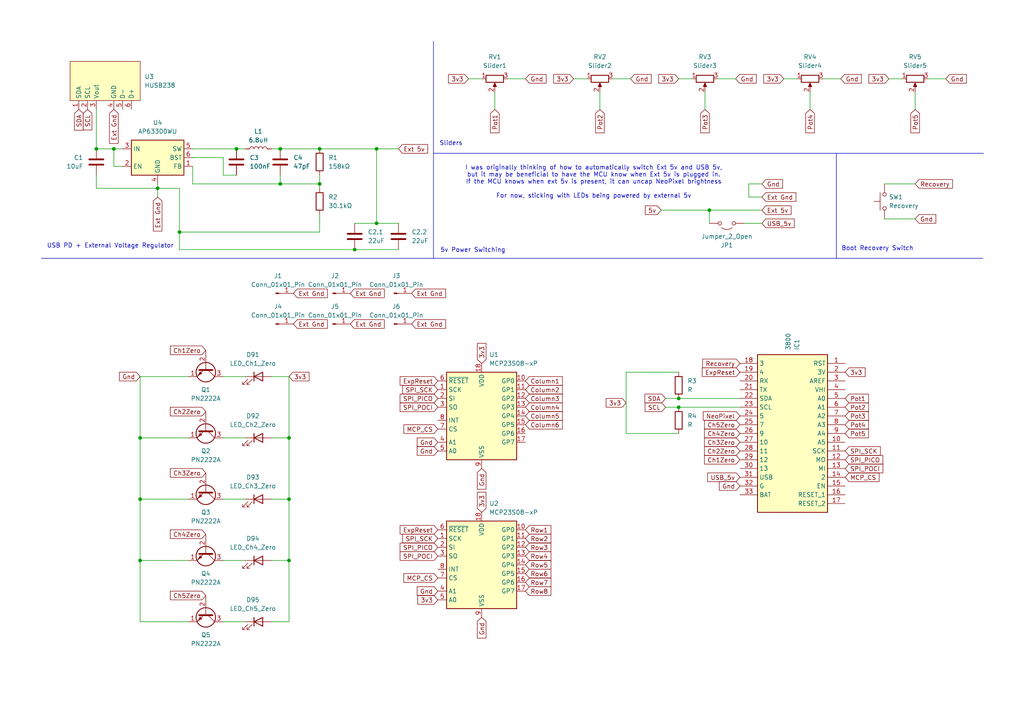
<source format=kicad_sch>
(kicad_sch (version 20231120) (generator "eeschema") (generator_version "8.0")
  (paper "A4")
  (lib_symbols
    (symbol "Connector:Conn_01x01_Pin" (pin_names (offset 1.016) hide)
      (property "Reference" "J" (at 0 2.54 0))
      (property "Value" "Conn_01x01_Pin" (at 0 -2.54 0))
      (symbol "Conn_01x01_Pin_1_1"
        (polyline (pts (xy 1.27 0) (xy 0.8636 0)) (stroke (width 0.1524)))
        (rectangle (start 0.8636 0.127) (end 0 -0.127) (stroke (width 0.1524)) (fill (type outline)))
        (pin passive line (at 5.08 0 180) (length 3.81) (name "Pin_1") (number "1"))
      )
    )
    (symbol "ControlMixer:AP63300WU"
      (property "Reference" "U" (at -7.62 6.35 0))
      (property "Value" "AP63300WU" (at 2.54 6.35 0))
      (symbol "AP63300WU_0_1"
        (rectangle (start -7.62 5.08) (end 7.62 -5.08) (stroke (width 0.254)) (fill (type background)))
      )
      (symbol "AP63300WU_1_1"
        (pin input line (at 10.16 -2.54 180) (length 2.54) (name "FB") (number "1"))
        (pin input line (at -10.16 -2.54 0) (length 2.54) (name "EN") (number "2"))
        (pin power_in line (at -10.16 2.54 0) (length 2.54) (name "IN") (number "3"))
        (pin power_in line (at 0 -7.62 90) (length 2.54) (name "GND") (number "4"))
        (pin output line (at 10.16 2.54 180) (length 2.54) (name "SW") (number "5"))
        (pin passive line (at 10.16 0 180) (length 2.54) (name "BST") (number "6"))
      )
    )
    (symbol "ControlMixer:Adafruit_HUSB238"
      (property "Reference" "U3" (at 11.43 -5.7149 0))
      (property "Value" "HUSB238" (at 11.43 -8.2549 0))
      (symbol "Adafruit_HUSB238_0_1"
        (rectangle (start -10.16 -1.27) (end 10.16 -12.7) (fill (type background)))
      )
      (symbol "Adafruit_HUSB238_1_1"
        (pin bidirectional line (at -7.62 -15.24 90) (length 2.54) (name "SDA") (number "1"))
        (pin input line (at -5.08 -15.24 90) (length 2.54) (name "SCL") (number "2"))
        (pin power_out line (at -2.54 -15.24 90) (length 2.54) (name "Vout") (number "3"))
        (pin power_in line (at 2.54 -15.24 90) (length 2.54) (name "GND") (number "4"))
        (pin bidirectional line (at 5.08 -15.24 90) (length 2.54) (name "D-") (number "5"))
        (pin bidirectional line (at 7.62 -15.24 90) (length 2.54) (name "D+") (number "6"))
      )
    )
    (symbol "ControlMixer:MCP23S08-xP"
      (property "Reference" "U" (at -8.89 13.97 0))
      (property "Value" "MCP23S08-xP" (at 8.89 13.97 0))
      (symbol "MCP23S08-xP_0_1"
        (rectangle (start -10.16 12.7) (end 10.16 -12.7) (stroke (width 0.254)) (fill (type background)))
      )
      (symbol "MCP23S08-xP_1_1"
        (pin input line (at -12.7 7.62 0) (length 2.54) (name "SCK") (number "1"))
        (pin bidirectional line (at 12.7 10.16 180) (length 2.54) (name "GP0") (number "10"))
        (pin bidirectional line (at 12.7 7.62 180) (length 2.54) (name "GP1") (number "11"))
        (pin bidirectional line (at 12.7 5.08 180) (length 2.54) (name "GP2") (number "12"))
        (pin bidirectional line (at 12.7 2.54 180) (length 2.54) (name "GP3") (number "13"))
        (pin bidirectional line (at 12.7 0 180) (length 2.54) (name "GP4") (number "14"))
        (pin bidirectional line (at 12.7 -2.54 180) (length 2.54) (name "GP5") (number "15"))
        (pin bidirectional line (at 12.7 -5.08 180) (length 2.54) (name "GP6") (number "16"))
        (pin bidirectional line (at 12.7 -7.62 180) (length 2.54) (name "GP7") (number "17"))
        (pin power_in line (at 0 15.24 270) (length 2.54) (name "VDD") (number "18"))
        (pin input line (at -12.7 5.08 0) (length 2.54) (name "SI") (number "2"))
        (pin output line (at -12.7 2.54 0) (length 2.54) (name "SO") (number "3"))
        (pin input line (at -12.7 -7.62 0) (length 2.54) (name "A1") (number "4"))
        (pin input line (at -12.7 -10.16 0) (length 2.54) (name "A0") (number "5"))
        (pin input line (at -12.7 10.16 0) (length 2.54) (name "~{RESET}") (number "6"))
        (pin input line (at -12.7 -3.81 0) (length 2.54) (name "CS") (number "7"))
        (pin output line (at -12.7 -1.27 0) (length 2.54) (name "INT") (number "8"))
        (pin power_in line (at 0 -15.24 90) (length 2.54) (name "VSS") (number "9"))
      )
    )
    (symbol "Device:C" (pin_numbers hide) (pin_names (offset 0.254))
      (property "Reference" "C" (at 0.635 2.54 0))
      (property "Value" "C" (at 0.635 -2.54 0))
      (symbol "C_0_1"
        (polyline (pts (xy -2.032 -0.762) (xy 2.032 -0.762)) (stroke (width 0.508)))
        (polyline (pts (xy -2.032 0.762) (xy 2.032 0.762)) (stroke (width 0.508)))
      )
      (symbol "C_1_1"
        (pin passive line (at 0 3.81 270) (length 2.794) (name "~") (number "1"))
        (pin passive line (at 0 -3.81 90) (length 2.794) (name "~") (number "2"))
      )
    )
    (symbol "Device:L" (pin_numbers hide) (pin_names (offset 1.016) hide)
      (property "Reference" "L" (at -1.27 0 90))
      (property "Value" "L" (at 1.905 0 90))
      (symbol "L_0_1"
        (arc (start 0 -2.54) (mid 0.6323 -1.905) (end 0 -1.27))
        (arc (start 0 -1.27) (mid 0.6323 -0.635) (end 0 0))
        (arc (start 0 0) (mid 0.6323 0.635) (end 0 1.27))
        (arc (start 0 1.27) (mid 0.6323 1.905) (end 0 2.54))
      )
      (symbol "L_1_1"
        (pin passive line (at 0 3.81 270) (length 1.27) (name "1") (number "1"))
        (pin passive line (at 0 -3.81 90) (length 1.27) (name "2") (number "2"))
      )
    )
    (symbol "Device:LED" (pin_numbers hide) (pin_names (offset 1.016) hide)
      (property "Reference" "D" (at 0 2.54 0))
      (property "Value" "LED" (at 0 -2.54 0))
      (symbol "LED_0_1"
        (polyline (pts (xy -1.27 -1.27) (xy -1.27 1.27)) (stroke (width 0.254)))
        (polyline (pts (xy -1.27 0) (xy 1.27 0)))
        (polyline (pts (xy 1.27 -1.27) (xy 1.27 1.27) (xy -1.27 0) (xy 1.27 -1.27)) (stroke (width 0.254)))
        (polyline (pts (xy -3.048 -0.762) (xy -4.572 -2.286) (xy -3.81 -2.286) (xy -4.572 -2.286) (xy -4.572 -1.524)))
        (polyline (pts (xy -1.778 -0.762) (xy -3.302 -2.286) (xy -2.54 -2.286) (xy -3.302 -2.286) (xy -3.302 -1.524)))
      )
      (symbol "LED_1_1"
        (pin passive line (at -3.81 0 0) (length 2.54) (name "K") (number "1"))
        (pin passive line (at 3.81 0 180) (length 2.54) (name "A") (number "2"))
      )
    )
    (symbol "Device:R" (pin_numbers hide) (pin_names (offset 0))
      (property "Reference" "R" (at 2.032 0 90))
      (property "Value" "R" (at 0 0 90))
      (symbol "R_0_1"
        (rectangle (start -1.016 -2.54) (end 1.016 2.54) (stroke (width 0.254)))
      )
      (symbol "R_1_1"
        (pin passive line (at 0 3.81 270) (length 1.27) (name "~") (number "1"))
        (pin passive line (at 0 -3.81 90) (length 1.27) (name "~") (number "2"))
      )
    )
    (symbol "Device:R_Potentiometer" (pin_names (offset 1.016) hide)
      (property "Reference" "RV" (at -4.445 0 90))
      (property "Value" "R_Potentiometer" (at -2.54 0 90))
      (symbol "R_Potentiometer_0_1"
        (polyline (pts (xy 2.54 0) (xy 1.524 0)))
        (polyline (pts (xy 1.143 0) (xy 2.286 0.508) (xy 2.286 -0.508) (xy 1.143 0)) (fill (type outline)))
        (rectangle (start 1.016 2.54) (end -1.016 -2.54) (stroke (width 0.254)))
      )
      (symbol "R_Potentiometer_1_1"
        (pin passive line (at 0 3.81 270) (length 1.27) (name "1") (number "1"))
        (pin passive line (at 3.81 0 180) (length 1.27) (name "2") (number "2"))
        (pin passive line (at 0 -3.81 90) (length 1.27) (name "3") (number "3"))
      )
    )
    (symbol "Jumper:Jumper_2_Open" (pin_numbers hide) (pin_names (offset 0) hide) (exclude_from_sim yes)
      (property "Reference" "JP" (at 0 2.794 0))
      (property "Value" "Jumper_2_Open" (at 0 -2.286 0))
      (symbol "Jumper_2_Open_0_0"
        (circle (center -2.032 0) (radius 0.508))
        (circle (center 2.032 0) (radius 0.508))
      )
      (symbol "Jumper_2_Open_0_1"
        (arc (start 1.524 1.27) (mid 0 1.778) (end -1.524 1.27))
      )
      (symbol "Jumper_2_Open_1_1"
        (pin passive line (at -5.08 0 0) (length 2.54) (name "A") (number "1"))
        (pin passive line (at 5.08 0 180) (length 2.54) (name "B") (number "2"))
      )
    )
    (symbol "SamacSys_Parts:3800"
      (property "Reference" "IC" (at 26.67 7.62 0))
      (property "Value" "3800" (at 26.67 5.08 0))
      (symbol "3800_1_1"
        (rectangle (start 5.08 2.54) (end 25.4 -43.18) (stroke (width 0.254)) (fill (type background)))
        (pin passive line (at 0 0 0) (length 5.08) (name "RST") (number "1"))
        (pin passive line (at 0 -22.86 0) (length 5.08) (name "A5") (number "10"))
        (pin passive line (at 0 -25.4 0) (length 5.08) (name "SCK") (number "11"))
        (pin passive line (at 0 -27.94 0) (length 5.08) (name "MO") (number "12"))
        (pin passive line (at 0 -30.48 0) (length 5.08) (name "MI") (number "13"))
        (pin passive line (at 0 -33.02 0) (length 5.08) (name "2") (number "14"))
        (pin passive line (at 0 -35.56 0) (length 5.08) (name "EN") (number "15"))
        (pin passive line (at 0 -38.1 0) (length 5.08) (name "RESET_1") (number "16"))
        (pin passive line (at 0 -40.64 0) (length 5.08) (name "RESET_2") (number "17"))
        (pin passive line (at 30.48 0 180) (length 5.08) (name "3") (number "18"))
        (pin passive line (at 30.48 -2.54 180) (length 5.08) (name "4") (number "19"))
        (pin passive line (at 0 -2.54 0) (length 5.08) (name "3V") (number "2"))
        (pin passive line (at 30.48 -5.08 180) (length 5.08) (name "RX") (number "20"))
        (pin passive line (at 30.48 -7.62 180) (length 5.08) (name "TX") (number "21"))
        (pin passive line (at 30.48 -10.16 180) (length 5.08) (name "SDA") (number "22"))
        (pin passive line (at 30.48 -12.7 180) (length 5.08) (name "SCL") (number "23"))
        (pin passive line (at 30.48 -15.24 180) (length 5.08) (name "5") (number "24"))
        (pin passive line (at 30.48 -17.78 180) (length 5.08) (name "7") (number "25"))
        (pin passive line (at 30.48 -20.32 180) (length 5.08) (name "9") (number "26"))
        (pin passive line (at 30.48 -22.86 180) (length 5.08) (name "10") (number "27"))
        (pin passive line (at 30.48 -25.4 180) (length 5.08) (name "11") (number "28"))
        (pin passive line (at 30.48 -27.94 180) (length 5.08) (name "12") (number "29"))
        (pin passive line (at 0 -5.08 0) (length 5.08) (name "AREF") (number "3"))
        (pin passive line (at 30.48 -30.48 180) (length 5.08) (name "13") (number "30"))
        (pin passive line (at 30.48 -33.02 180) (length 5.08) (name "USB") (number "31"))
        (pin passive line (at 30.48 -35.56 180) (length 5.08) (name "G") (number "32"))
        (pin passive line (at 30.48 -38.1 180) (length 5.08) (name "BAT") (number "33"))
        (pin passive line (at 0 -7.62 0) (length 5.08) (name "VHI") (number "4"))
        (pin passive line (at 0 -10.16 0) (length 5.08) (name "A0") (number "5"))
        (pin passive line (at 0 -12.7 0) (length 5.08) (name "A1") (number "6"))
        (pin passive line (at 0 -15.24 0) (length 5.08) (name "A2") (number "7"))
        (pin passive line (at 0 -17.78 0) (length 5.08) (name "A3") (number "8"))
        (pin passive line (at 0 -20.32 0) (length 5.08) (name "A4") (number "9"))
      )
    )
    (symbol "Switch:SW_Push" (pin_numbers hide) (pin_names (offset 1.016) hide)
      (property "Reference" "SW" (at 1.27 2.54 0))
      (property "Value" "SW_Push" (at 0 -1.524 0))
      (symbol "SW_Push_0_1"
        (circle (center -2.032 0) (radius 0.508))
        (polyline (pts (xy 0 1.27) (xy 0 3.048)))
        (polyline (pts (xy 2.54 1.27) (xy -2.54 1.27)))
        (circle (center 2.032 0) (radius 0.508))
        (pin passive line (at -5.08 0 0) (length 2.54) (name "1") (number "1"))
        (pin passive line (at 5.08 0 180) (length 2.54) (name "2") (number "2"))
      )
    )
    (symbol "Transistor_BJT:PN2222A" (pin_names (offset 0) hide)
      (property "Reference" "Q" (at 5.08 1.905 0))
      (property "Value" "PN2222A" (at 5.08 0 0))
      (symbol "PN2222A_0_1"
        (polyline (pts (xy 0 0) (xy 0.635 0)))
        (polyline (pts (xy 2.54 -2.54) (xy 0.635 -0.635)))
        (polyline (pts (xy 2.54 2.54) (xy 0.635 0.635)))
        (polyline (pts (xy 0.635 1.905) (xy 0.635 -1.905) (xy 0.635 -1.905)) (stroke (width 0.508)))
        (polyline (pts (xy 2.413 -2.413) (xy 1.905 -1.905) (xy 1.905 -1.905)))
        (polyline (pts (xy 1.143 -1.651) (xy 1.651 -1.143) (xy 2.159 -2.159) (xy 1.143 -1.651) (xy 1.143 -1.651)) (fill (type outline)))
        (circle (center 1.27 0) (radius 2.8194) (stroke (width 0.254)))
      )
      (symbol "PN2222A_1_1"
        (pin passive line (at 2.54 -5.08 90) (length 2.54) (name "E") (number "1"))
        (pin input line (at -5.08 0 0) (length 5.08) (name "B") (number "2"))
        (pin passive line (at 2.54 5.08 270) (length 2.54) (name "C") (number "3"))
      )
    )
  )
  (junction (at 109.22 43.18))
  (junction (at 109.22 64.77))
  (junction (at 33.02 43.18))
  (junction (at 81.28 53.34))
  (junction (at 68.58 43.18))
  (junction (at 83.82 162.56))
  (junction (at 102.87 72.39))
  (junction (at 92.71 43.18))
  (junction (at 196.85 115.57))
  (junction (at 83.82 144.78))
  (junction (at 40.64 144.78))
  (junction (at 83.82 127))
  (junction (at 52.07 67.31))
  (junction (at 27.94 43.18))
  (junction (at 196.85 118.11))
  (junction (at 45.72 54.61))
  (junction (at 40.64 127))
  (junction (at 205.74 60.96))
  (junction (at 81.28 43.18))
  (junction (at 40.64 162.56))
  (junction (at 92.71 53.34))
  (wire (pts (xy 135.89 22.86) (xy 139.7 22.86)))
  (wire (pts (xy 78.74 43.18) (xy 81.28 43.18)))
  (wire (pts (xy 35.56 48.26) (xy 33.02 48.26)))
  (wire (pts (xy 265.43 53.34) (xy 256.54 53.34)))
  (wire (pts (xy 52.07 54.61) (xy 45.72 54.61)))
  (wire (pts (xy 234.95 26.67) (xy 234.95 31.75)))
  (wire (pts (xy 40.64 144.78) (xy 40.64 162.56)))
  (wire (pts (xy 205.74 60.96) (xy 205.74 64.77)))
  (wire (pts (xy 83.82 162.56) (xy 83.82 180.34)))
  (polyline (pts (xy 12.0195 74.8846) (xy 12.0195 74.93)))
  (wire (pts (xy 217.17 57.15) (xy 220.98 57.15)))
  (wire (pts (xy 147.32 22.86) (xy 152.4 22.86)))
  (wire (pts (xy 40.64 162.56) (xy 54.61 162.56)))
  (wire (pts (xy 52.07 67.31) (xy 52.07 54.61)))
  (wire (pts (xy 81.28 53.34) (xy 92.71 53.34)))
  (wire (pts (xy 78.74 109.22) (xy 83.82 109.22)))
  (wire (pts (xy 40.64 127) (xy 54.61 127)))
  (polyline (pts (xy 285.2678 44.45) (xy 125.73 44.45)))
  (wire (pts (xy 92.71 43.18) (xy 109.22 43.18)))
  (wire (pts (xy 52.07 72.39) (xy 52.07 67.31)))
  (wire (pts (xy 83.82 180.34) (xy 78.74 180.34)))
  (wire (pts (xy 191.77 60.96) (xy 205.74 60.96)))
  (wire (pts (xy 109.22 43.18) (xy 109.22 64.77)))
  (wire (pts (xy 83.82 127) (xy 83.82 144.78)))
  (wire (pts (xy 40.64 109.22) (xy 40.64 127)))
  (wire (pts (xy 27.94 31.75) (xy 27.94 43.18)))
  (wire (pts (xy 40.64 180.34) (xy 54.61 180.34)))
  (wire (pts (xy 55.88 43.18) (xy 68.58 43.18)))
  (wire (pts (xy 238.76 22.86) (xy 243.84 22.86)))
  (wire (pts (xy 64.77 144.78) (xy 71.12 144.78)))
  (wire (pts (xy 81.28 43.18) (xy 92.71 43.18)))
  (polyline (pts (xy 242.57 74.93) (xy 285.0695 74.93)))
  (wire (pts (xy 205.74 60.96) (xy 220.98 60.96)))
  (wire (pts (xy 193.04 115.57) (xy 196.85 115.57)))
  (wire (pts (xy 269.24 22.86) (xy 274.32 22.86)))
  (polyline (pts (xy 125.73 74.93) (xy 12.0195 74.93)))
  (wire (pts (xy 64.77 50.8) (xy 68.58 50.8)))
  (wire (pts (xy 40.64 144.78) (xy 54.61 144.78)))
  (wire (pts (xy 102.87 72.39) (xy 52.07 72.39)))
  (wire (pts (xy 92.71 62.23) (xy 92.71 67.31)))
  (wire (pts (xy 173.99 26.67) (xy 173.99 31.75)))
  (wire (pts (xy 208.28 22.86) (xy 213.36 22.86)))
  (wire (pts (xy 166.37 22.86) (xy 170.18 22.86)))
  (wire (pts (xy 83.82 144.78) (xy 83.82 162.56)))
  (wire (pts (xy 27.94 50.8) (xy 27.94 54.61)))
  (wire (pts (xy 64.77 162.56) (xy 71.12 162.56)))
  (wire (pts (xy 143.51 26.67) (xy 143.51 31.75)))
  (wire (pts (xy 92.71 53.34) (xy 92.71 54.61)))
  (wire (pts (xy 55.88 53.34) (xy 81.28 53.34)))
  (wire (pts (xy 83.82 109.22) (xy 83.82 127)))
  (wire (pts (xy 217.17 53.34) (xy 217.17 57.15)))
  (wire (pts (xy 265.43 26.67) (xy 265.43 31.75)))
  (wire (pts (xy 45.72 54.61) (xy 45.72 53.34)))
  (wire (pts (xy 55.88 48.26) (xy 55.88 53.34)))
  (wire (pts (xy 64.77 109.22) (xy 71.12 109.22)))
  (wire (pts (xy 193.04 118.11) (xy 196.85 118.11)))
  (polyline (pts (xy 125.73 74.93) (xy 242.57 74.93)))
  (wire (pts (xy 64.77 45.72) (xy 64.77 50.8)))
  (wire (pts (xy 177.8 22.86) (xy 182.88 22.86)))
  (wire (pts (xy 196.85 115.57) (xy 214.63 115.57)))
  (wire (pts (xy 196.85 125.73) (xy 181.61 125.73)))
  (wire (pts (xy 33.02 43.18) (xy 35.56 43.18)))
  (wire (pts (xy 71.12 43.18) (xy 68.58 43.18)))
  (wire (pts (xy 64.77 127) (xy 71.12 127)))
  (wire (pts (xy 227.33 22.86) (xy 231.14 22.86)))
  (wire (pts (xy 220.98 53.34) (xy 217.17 53.34)))
  (wire (pts (xy 33.02 48.26) (xy 33.02 43.18)))
  (wire (pts (xy 196.85 118.11) (xy 214.63 118.11)))
  (wire (pts (xy 92.71 50.8) (xy 92.71 53.34)))
  (wire (pts (xy 78.74 127) (xy 83.82 127)))
  (wire (pts (xy 27.94 54.61) (xy 45.72 54.61)))
  (wire (pts (xy 27.94 43.18) (xy 33.02 43.18)))
  (wire (pts (xy 181.61 107.95) (xy 196.85 107.95)))
  (wire (pts (xy 78.74 162.56) (xy 83.82 162.56)))
  (wire (pts (xy 81.28 50.8) (xy 81.28 53.34)))
  (wire (pts (xy 102.87 72.39) (xy 115.57 72.39)))
  (wire (pts (xy 196.85 22.86) (xy 200.66 22.86)))
  (wire (pts (xy 181.61 107.95) (xy 181.61 125.73)))
  (polyline (pts (xy 125.73 11.9737) (xy 125.73 44.45)))
  (wire (pts (xy 40.64 109.22) (xy 54.61 109.22)))
  (polyline (pts (xy 242.57 44.45) (xy 242.57 74.93)))
  (wire (pts (xy 257.81 22.86) (xy 261.62 22.86)))
  (wire (pts (xy 256.54 63.5) (xy 265.43 63.5)))
  (wire (pts (xy 109.22 43.18) (xy 115.57 43.18)))
  (polyline (pts (xy 125.73 44.45) (xy 125.73 74.93)))
  (wire (pts (xy 92.71 67.31) (xy 52.07 67.31)))
  (wire (pts (xy 109.22 64.77) (xy 115.57 64.77)))
  (wire (pts (xy 204.47 26.67) (xy 204.47 31.75)))
  (wire (pts (xy 40.64 162.56) (xy 40.64 180.34)))
  (wire (pts (xy 55.88 45.72) (xy 64.77 45.72)))
  (wire (pts (xy 78.74 144.78) (xy 83.82 144.78)))
  (wire (pts (xy 40.64 127) (xy 40.64 144.78)))
  (wire (pts (xy 215.9 64.77) (xy 220.98 64.77)))
  (wire (pts (xy 45.72 57.15) (xy 45.72 54.61)))
  (wire (pts (xy 102.87 64.77) (xy 109.22 64.77)))
  (wire (pts (xy 64.77 180.34) (xy 71.12 180.34)))
  (text "Sliders" (at 130.81 41.656 0) (effects (font (size 1.27 1.27))))
  (text "Boot Recovery Switch" (at 254.508 72.136 0) (effects (font (size 1.27 1.27))))
  (text "I was originally thinking of how to automatically switch Ext 5v and USB 5v,\nbut it may be beneficial to have the MCU know when Ext 5v is plugged in.\nIf the MCU knows when ext 5v is present, it can uncap NeoPixel brightness\n\nFor now, sticking with LEDs being powered by external 5v" (at 172.212 52.832 0) (effects (font (size 1.27 1.27))))
  (text "5v Power Switching" (at 137.16 72.644 0) (effects (font (size 1.27 1.27))))
  (text "USB PD + External Voltage Regulator" (at 32.004 71.374 0) (effects (font (size 1.27 1.27))))
  (global_label "Gnd" (shape input) (at 243.84 22.86 0) (property "Intersheetrefs" "${INTERSHEET_REFS}" (effects (hide yes))))
  (global_label "SPI_POCI" (shape input) (at 127 118.11 180) (property "Intersheetrefs" "${INTERSHEET_REFS}" (effects (hide yes))))
  (global_label "Row5" (shape input) (at 152.4 163.83 0) (property "Intersheetrefs" "${INTERSHEET_REFS}" (effects (hide yes))))
  (global_label "Pot5" (shape input) (at 265.43 31.75 270) (property "Intersheetrefs" "${INTERSHEET_REFS}" (effects (hide yes))))
  (global_label "Column3" (shape input) (at 152.4 115.57 0) (property "Intersheetrefs" "${INTERSHEET_REFS}" (effects (hide yes))))
  (global_label "Ch2Zero" (shape input) (at 214.63 130.81 180) (property "Intersheetrefs" "${INTERSHEET_REFS}" (effects (hide yes))))
  (global_label "MCP_CS" (shape input) (at 245.11 138.43 0) (property "Intersheetrefs" "${INTERSHEET_REFS}" (effects (hide yes))))
  (global_label "Pot3" (shape input) (at 245.11 120.65 0) (property "Intersheetrefs" "${INTERSHEET_REFS}" (effects (hide yes))))
  (global_label "SPI_SCK" (shape input) (at 127 113.03 180) (property "Intersheetrefs" "${INTERSHEET_REFS}" (effects (hide yes))))
  (global_label "Ext Gnd" (shape input) (at 45.72 57.15 270) (property "Intersheetrefs" "${INTERSHEET_REFS}" (effects (hide yes))))
  (global_label "MCP_CS" (shape input) (at 127 124.46 180) (property "Intersheetrefs" "${INTERSHEET_REFS}" (effects (hide yes))))
  (global_label "Pot4" (shape input) (at 245.11 123.19 0) (property "Intersheetrefs" "${INTERSHEET_REFS}" (effects (hide yes))))
  (global_label "5v" (shape input) (at 191.77 60.96 180) (property "Intersheetrefs" "${INTERSHEET_REFS}" (effects (hide yes))))
  (global_label "NeoPixel" (shape input) (at 214.63 120.65 180) (property "Intersheetrefs" "${INTERSHEET_REFS}" (effects (hide yes))))
  (global_label "Ext Gnd" (shape input) (at 33.02 31.75 270) (property "Intersheetrefs" "${INTERSHEET_REFS}" (effects (hide yes))))
  (global_label "ExpReset" (shape input) (at 127 153.67 180) (property "Intersheetrefs" "${INTERSHEET_REFS}" (effects (hide yes))))
  (global_label "Ch2Zero" (shape input) (at 59.69 119.38 180) (property "Intersheetrefs" "${INTERSHEET_REFS}" (effects (hide yes))))
  (global_label "Ext Gnd" (shape input) (at 85.09 93.98 0) (property "Intersheetrefs" "${INTERSHEET_REFS}" (effects (hide yes))))
  (global_label "Gnd" (shape input) (at 127 130.81 180) (property "Intersheetrefs" "${INTERSHEET_REFS}" (effects (hide yes))))
  (global_label "SCL" (shape input) (at 193.04 118.11 180) (property "Intersheetrefs" "${INTERSHEET_REFS}" (effects (hide yes))))
  (global_label "Ext Gnd" (shape input) (at 119.38 85.09 0) (property "Intersheetrefs" "${INTERSHEET_REFS}" (effects (hide yes))))
  (global_label "Gnd" (shape input) (at 265.43 63.5 0) (property "Intersheetrefs" "${INTERSHEET_REFS}" (effects (hide yes))))
  (global_label "SPI_PICO" (shape input) (at 127 115.57 180) (property "Intersheetrefs" "${INTERSHEET_REFS}" (effects (hide yes))))
  (global_label "Row2" (shape input) (at 152.4 156.21 0) (property "Intersheetrefs" "${INTERSHEET_REFS}" (effects (hide yes))))
  (global_label "Pot3" (shape input) (at 204.47 31.75 270) (property "Intersheetrefs" "${INTERSHEET_REFS}" (effects (hide yes))))
  (global_label "3v3" (shape input) (at 227.33 22.86 180) (property "Intersheetrefs" "${INTERSHEET_REFS}" (effects (hide yes))))
  (global_label "Column4" (shape input) (at 152.4 118.11 0) (property "Intersheetrefs" "${INTERSHEET_REFS}" (effects (hide yes))))
  (global_label "Pot2" (shape input) (at 245.11 118.11 0) (property "Intersheetrefs" "${INTERSHEET_REFS}" (effects (hide yes))))
  (global_label "Gnd" (shape input) (at 139.7 135.89 270) (property "Intersheetrefs" "${INTERSHEET_REFS}" (effects (hide yes))))
  (global_label "Row8" (shape input) (at 152.4 171.45 0) (property "Intersheetrefs" "${INTERSHEET_REFS}" (effects (hide yes))))
  (global_label "Gnd" (shape input) (at 152.4 22.86 0) (property "Intersheetrefs" "${INTERSHEET_REFS}" (effects (hide yes))))
  (global_label "Column2" (shape input) (at 152.4 113.03 0) (property "Intersheetrefs" "${INTERSHEET_REFS}" (effects (hide yes))))
  (global_label "USB_5v" (shape input) (at 214.63 138.43 180) (property "Intersheetrefs" "${INTERSHEET_REFS}" (effects (hide yes))))
  (global_label "Gnd" (shape input) (at 40.64 109.22 180) (property "Intersheetrefs" "${INTERSHEET_REFS}" (effects (hide yes))))
  (global_label "Pot1" (shape input) (at 245.11 115.57 0) (property "Intersheetrefs" "${INTERSHEET_REFS}" (effects (hide yes))))
  (global_label "SPI_POCI" (shape input) (at 127 161.29 180) (property "Intersheetrefs" "${INTERSHEET_REFS}" (effects (hide yes))))
  (global_label "SCL" (shape input) (at 25.4 31.75 270) (property "Intersheetrefs" "${INTERSHEET_REFS}" (effects (hide yes))))
  (global_label "Row7" (shape input) (at 152.4 168.91 0) (property "Intersheetrefs" "${INTERSHEET_REFS}" (effects (hide yes))))
  (global_label "Pot5" (shape input) (at 245.11 125.73 0) (property "Intersheetrefs" "${INTERSHEET_REFS}" (effects (hide yes))))
  (global_label "Column1" (shape input) (at 152.4 110.49 0) (property "Intersheetrefs" "${INTERSHEET_REFS}" (effects (hide yes))))
  (global_label "Gnd" (shape input) (at 274.32 22.86 0) (property "Intersheetrefs" "${INTERSHEET_REFS}" (effects (hide yes))))
  (global_label "MCP_CS" (shape input) (at 127 167.64 180) (property "Intersheetrefs" "${INTERSHEET_REFS}" (effects (hide yes))))
  (global_label "Ch1Zero" (shape input) (at 214.63 133.35 180) (property "Intersheetrefs" "${INTERSHEET_REFS}" (effects (hide yes))))
  (global_label "Gnd" (shape input) (at 220.98 53.34 0) (property "Intersheetrefs" "${INTERSHEET_REFS}" (effects (hide yes))))
  (global_label "SPI_SCK" (shape input) (at 127 156.21 180) (property "Intersheetrefs" "${INTERSHEET_REFS}" (effects (hide yes))))
  (global_label "Gnd" (shape input) (at 182.88 22.86 0) (property "Intersheetrefs" "${INTERSHEET_REFS}" (effects (hide yes))))
  (global_label "Ext Gnd" (shape input) (at 101.6 93.98 0) (property "Intersheetrefs" "${INTERSHEET_REFS}" (effects (hide yes))))
  (global_label "Ext Gnd" (shape input) (at 119.38 93.98 0) (property "Intersheetrefs" "${INTERSHEET_REFS}" (effects (hide yes))))
  (global_label "Ch3Zero" (shape input) (at 214.63 128.27 180) (property "Intersheetrefs" "${INTERSHEET_REFS}" (effects (hide yes))))
  (global_label "3v3" (shape input) (at 139.7 105.41 90) (property "Intersheetrefs" "${INTERSHEET_REFS}" (effects (hide yes))))
  (global_label "3v3" (shape input) (at 245.11 107.95 0) (property "Intersheetrefs" "${INTERSHEET_REFS}" (effects (hide yes))))
  (global_label "Ch4Zero" (shape input) (at 214.63 125.73 180) (property "Intersheetrefs" "${INTERSHEET_REFS}" (effects (hide yes))))
  (global_label "3v3" (shape input) (at 166.37 22.86 180) (property "Intersheetrefs" "${INTERSHEET_REFS}" (effects (hide yes))))
  (global_label "Recovery" (shape input) (at 214.63 105.41 180) (property "Intersheetrefs" "${INTERSHEET_REFS}" (effects (hide yes))))
  (global_label "Row1" (shape input) (at 152.4 153.67 0) (property "Intersheetrefs" "${INTERSHEET_REFS}" (effects (hide yes))))
  (global_label "Recovery" (shape input) (at 265.43 53.34 0) (property "Intersheetrefs" "${INTERSHEET_REFS}" (effects (hide yes))))
  (global_label "3v3" (shape input) (at 196.85 22.86 180) (property "Intersheetrefs" "${INTERSHEET_REFS}" (effects (hide yes))))
  (global_label "3v3" (shape input) (at 139.7 148.59 90) (property "Intersheetrefs" "${INTERSHEET_REFS}" (effects (hide yes))))
  (global_label "3v3" (shape input) (at 181.61 116.84 180) (property "Intersheetrefs" "${INTERSHEET_REFS}" (effects (hide yes))))
  (global_label "SDA" (shape input) (at 22.86 31.75 270) (property "Intersheetrefs" "${INTERSHEET_REFS}" (effects (hide yes))))
  (global_label "USB_5v" (shape input) (at 220.98 64.77 0) (property "Intersheetrefs" "${INTERSHEET_REFS}" (effects (hide yes))))
  (global_label "Column6" (shape input) (at 152.4 123.19 0) (property "Intersheetrefs" "${INTERSHEET_REFS}" (effects (hide yes))))
  (global_label "Ch4Zero" (shape input) (at 59.69 154.94 180) (property "Intersheetrefs" "${INTERSHEET_REFS}" (effects (hide yes))))
  (global_label "Gnd" (shape input) (at 139.7 179.07 270) (property "Intersheetrefs" "${INTERSHEET_REFS}" (effects (hide yes))))
  (global_label "Pot1" (shape input) (at 143.51 31.75 270) (property "Intersheetrefs" "${INTERSHEET_REFS}" (effects (hide yes))))
  (global_label "ExpReset" (shape input) (at 214.63 107.95 180) (property "Intersheetrefs" "${INTERSHEET_REFS}" (effects (hide yes))))
  (global_label "3v3" (shape input) (at 257.81 22.86 180) (property "Intersheetrefs" "${INTERSHEET_REFS}" (effects (hide yes))))
  (global_label "Gnd" (shape input) (at 213.36 22.86 0) (property "Intersheetrefs" "${INTERSHEET_REFS}" (effects (hide yes))))
  (global_label "SPI_POCI" (shape input) (at 245.11 135.89 0) (property "Intersheetrefs" "${INTERSHEET_REFS}" (effects (hide yes))))
  (global_label "Pot4" (shape input) (at 234.95 31.75 270) (property "Intersheetrefs" "${INTERSHEET_REFS}" (effects (hide yes))))
  (global_label "Gnd" (shape input) (at 127 128.27 180) (property "Intersheetrefs" "${INTERSHEET_REFS}" (effects (hide yes))))
  (global_label "Gnd" (shape input) (at 127 171.45 180) (property "Intersheetrefs" "${INTERSHEET_REFS}" (effects (hide yes))))
  (global_label "3v3" (shape input) (at 83.82 109.22 0) (property "Intersheetrefs" "${INTERSHEET_REFS}" (effects (hide yes))))
  (global_label "3v3" (shape input) (at 127 173.99 180) (property "Intersheetrefs" "${INTERSHEET_REFS}" (effects (hide yes))))
  (global_label "Row4" (shape input) (at 152.4 161.29 0) (property "Intersheetrefs" "${INTERSHEET_REFS}" (effects (hide yes))))
  (global_label "ExpReset" (shape input) (at 127 110.49 180) (property "Intersheetrefs" "${INTERSHEET_REFS}" (effects (hide yes))))
  (global_label "Row3" (shape input) (at 152.4 158.75 0) (property "Intersheetrefs" "${INTERSHEET_REFS}" (effects (hide yes))))
  (global_label "3v3" (shape input) (at 135.89 22.86 180) (property "Intersheetrefs" "${INTERSHEET_REFS}" (effects (hide yes))))
  (global_label "Gnd" (shape input) (at 214.63 140.97 180) (property "Intersheetrefs" "${INTERSHEET_REFS}" (effects (hide yes))))
  (global_label "Ext Gnd" (shape input) (at 220.98 57.15 0) (property "Intersheetrefs" "${INTERSHEET_REFS}" (effects (hide yes))))
  (global_label "SPI_PICO" (shape input) (at 127 158.75 180) (property "Intersheetrefs" "${INTERSHEET_REFS}" (effects (hide yes))))
  (global_label "Ch1Zero" (shape input) (at 59.69 101.6 180) (property "Intersheetrefs" "${INTERSHEET_REFS}" (effects (hide yes))))
  (global_label "Ch5Zero" (shape input) (at 59.69 172.72 180) (property "Intersheetrefs" "${INTERSHEET_REFS}" (effects (hide yes))))
  (global_label "Ext Gnd" (shape input) (at 85.09 85.09 0) (property "Intersheetrefs" "${INTERSHEET_REFS}" (effects (hide yes))))
  (global_label "Ch5Zero" (shape input) (at 214.63 123.19 180) (property "Intersheetrefs" "${INTERSHEET_REFS}" (effects (hide yes))))
  (global_label "SPI_SCK" (shape input) (at 245.11 130.81 0) (property "Intersheetrefs" "${INTERSHEET_REFS}" (effects (hide yes))))
  (global_label "Ext 5v" (shape input) (at 220.98 60.96 0) (property "Intersheetrefs" "${INTERSHEET_REFS}" (effects (hide yes))))
  (global_label "SDA" (shape input) (at 193.04 115.57 180) (property "Intersheetrefs" "${INTERSHEET_REFS}" (effects (hide yes))))
  (global_label "Ext 5v" (shape input) (at 115.57 43.18 0) (property "Intersheetrefs" "${INTERSHEET_REFS}" (effects (hide yes))))
  (global_label "Column5" (shape input) (at 152.4 120.65 0) (property "Intersheetrefs" "${INTERSHEET_REFS}" (effects (hide yes))))
  (global_label "Pot2" (shape input) (at 173.99 31.75 270) (property "Intersheetrefs" "${INTERSHEET_REFS}" (effects (hide yes))))
  (global_label "Ext Gnd" (shape input) (at 101.6 85.09 0) (property "Intersheetrefs" "${INTERSHEET_REFS}" (effects (hide yes))))
  (global_label "Ch3Zero" (shape input) (at 59.69 137.16 180) (property "Intersheetrefs" "${INTERSHEET_REFS}" (effects (hide yes))))
  (global_label "SPI_PICO" (shape input) (at 245.11 133.35 0) (property "Intersheetrefs" "${INTERSHEET_REFS}" (effects (hide yes))))
  (global_label "Row6" (shape input) (at 152.4 166.37 0) (property "Intersheetrefs" "${INTERSHEET_REFS}" (effects (hide yes))))
  (symbol (lib_id "Device:L") (at 74.93 43.18 90) (unit 1)
    (property "Reference" "L1" (at 74.93 38.1 90))
    (property "Value" "6.8uH" (at 74.93 40.64 90))
    (property "Footprint" "Inductor_SMD:L_Bourns_SRN6045TA" (effects (hide yes)))
    (property "Datasheet" "https://www.bourns.com/docs/Product-Datasheets/SRN6045TA.pdf" (effects (hide yes)))
    (property "Description" "Inductor" (effects (hide yes)))
    (property "Manufacturer_Part_Number" "SRN6045TA-6R8M" (effects (hide yes)))
  )
  (symbol (lib_id "Transistor_BJT:PN2222A") (at 59.69 177.8 270) (unit 1)
    (property "Reference" "Q5" (at 59.69 184.15 90))
    (property "Value" "PN2222A" (at 59.69 186.69 90))
    (property "Footprint" "Package_TO_SOT_THT:TO-92_Inline" (effects (hide yes)))
    (property "Datasheet" "https://www.onsemi.com/pub/Collateral/PN2222-D.PDF" (effects (hide yes)))
    (property "Description" "1A Ic, 40V Vce, NPN Transistor, General Purpose Transistor, TO-92" (effects (hide yes)))
  )
  (symbol (lib_id "Device:LED") (at 74.93 109.22 0) (unit 1)
    (property "Reference" "D91" (at 73.3425 102.87 0))
    (property "Value" "LED_Ch1_Zero" (at 73.3425 105.41 0))
    (property "Footprint" "ControlMixer:LED_1411_3528Metric_Pad1.42x2.65mm_HandSolder_copy" (effects (hide yes)))
    (property "Datasheet" "https://downloads.cree-led.com/files/ds/j/JSeries-2835-Color.pdf" (effects (hide yes)))
    (property "Description" "Light emitting diode" (effects (hide yes)))
    (property "Manufacturer_Part_Number" "JE2835ARY-N-0002A0000-N0000001" (effects (hide yes)))
  )
  (symbol (lib_id "ControlMixer:MCP23S08-xP") (at 139.7 163.83 0) (unit 1)
    (property "Reference" "U2" (at 141.8941 146.05 0) (effects (justify left)))
    (property "Value" "MCP23S08-xP" (at 141.8941 148.59 0) (effects (justify left)))
    (property "Footprint" "Package_DIP:DIP-18_W7.62mm" (effects (hide yes)))
    (property "Datasheet" "http://ww1.microchip.com/downloads/en/DeviceDoc/MCP23008-MCP23S08-Data-Sheet-20001919F.pdf" (effects (hide yes)))
    (property "Description" "8-bit I/O expander, SPI, interrupts, PDIP-18" (effects (hide yes)))
  )
  (symbol (lib_id "Transistor_BJT:PN2222A") (at 59.69 160.02 270) (unit 1)
    (property "Reference" "Q4" (at 59.69 166.37 90))
    (property "Value" "PN2222A" (at 59.69 168.91 90))
    (property "Footprint" "Package_TO_SOT_THT:TO-92_Inline" (effects (hide yes)))
    (property "Datasheet" "https://www.onsemi.com/pub/Collateral/PN2222-D.PDF" (effects (hide yes)))
    (property "Description" "1A Ic, 40V Vce, NPN Transistor, General Purpose Transistor, TO-92" (effects (hide yes)))
  )
  (symbol (lib_id "Connector:Conn_01x01_Pin") (at 96.52 93.98 0) (unit 1)
    (property "Reference" "J5" (at 97.155 88.9 0))
    (property "Value" "Conn_01x01_Pin" (at 97.155 91.44 0))
    (property "Footprint" "MountingHole:MountingHole_3.2mm_M3_Pad" (effects (hide yes)))
    (property "Description" "Generic connector, single row, 01x01, script generated" (effects (hide yes)))
  )
  (symbol (lib_id "Device:C") (at 81.28 46.99 0) (unit 1)
    (property "Reference" "C4" (at 85.09 45.7199 0) (effects (justify left)))
    (property "Value" "47pF" (at 85.09 48.2599 0) (effects (justify left)))
    (property "Footprint" "Capacitor_SMD:C_0805_2012Metric" (effects (hide yes)))
    (property "Description" "Unpolarized capacitor" (effects (hide yes)))
    (property "Manufacturer_Part_Number" "CL21C470JC61PNC" (effects (hide yes)))
  )
  (symbol (lib_id "Device:LED") (at 74.93 127 0) (unit 1)
    (property "Reference" "D92" (at 73.3425 120.65 0))
    (property "Value" "LED_Ch2_Zero" (at 73.3425 123.19 0))
    (property "Footprint" "ControlMixer:LED_1411_3528Metric_Pad1.42x2.65mm_HandSolder_copy" (effects (hide yes)))
    (property "Datasheet" "https://downloads.cree-led.com/files/ds/j/JSeries-2835-Color.pdf" (effects (hide yes)))
    (property "Description" "Light emitting diode" (effects (hide yes)))
    (property "Manufacturer_Part_Number" "JE2835ARY-N-0002A0000-N0000001" (effects (hide yes)))
  )
  (symbol (lib_id "Connector:Conn_01x01_Pin") (at 114.3 93.98 0) (unit 1)
    (property "Reference" "J6" (at 114.935 88.9 0))
    (property "Value" "Conn_01x01_Pin" (at 114.935 91.44 0))
    (property "Footprint" "MountingHole:MountingHole_3.2mm_M3_Pad" (effects (hide yes)))
    (property "Description" "Generic connector, single row, 01x01, script generated" (effects (hide yes)))
  )
  (symbol (lib_id "Device:C") (at 27.94 46.99 0) (mirror y) (unit 1)
    (property "Reference" "C1" (at 24.13 45.7199 0) (effects (justify left)))
    (property "Value" "10uF" (at 24.13 48.2599 0) (effects (justify left)))
    (property "Footprint" "Capacitor_SMD:C_0805_2012Metric" (effects (hide yes)))
    (property "Datasheet" "https://mm.digikey.com/Volume0/opasdata/d220001/medias/docus/5545/CL21A106KAYNNNE%20Spec.pdf" (effects (hide yes)))
    (property "Description" "Unpolarized capacitor" (effects (hide yes)))
    (property "Manufacturer_Part_Number" "CL21A106KAYNNNE" (effects (hide yes)))
  )
  (symbol (lib_id "Device:LED") (at 74.93 144.78 0) (unit 1)
    (property "Reference" "D93" (at 73.3425 138.43 0))
    (property "Value" "LED_Ch3_Zero" (at 73.3425 140.97 0))
    (property "Footprint" "ControlMixer:LED_1411_3528Metric_Pad1.42x2.65mm_HandSolder_copy" (effects (hide yes)))
    (property "Datasheet" "https://downloads.cree-led.com/files/ds/j/JSeries-2835-Color.pdf" (effects (hide yes)))
    (property "Description" "Light emitting diode" (effects (hide yes)))
    (property "Manufacturer_Part_Number" "JE2835ARY-N-0002A0000-N0000001" (effects (hide yes)))
  )
  (symbol (lib_id "Device:R_Potentiometer") (at 265.43 22.86 90) (mirror x) (unit 1)
    (property "Reference" "RV5" (at 265.43 16.51 90))
    (property "Value" "Slider5" (at 265.43 19.05 90))
    (property "Footprint" "Potentiometer_THT:Potentiometer_Bourns_PTA6043_Single_Slide" (effects (hide yes)))
    (property "Description" "Potentiometer" (effects (hide yes)))
  )
  (symbol (lib_id "ControlMixer:Adafruit_HUSB238") (at 30.48 16.51 0) (unit 1)
    (property "Reference" "U3" (at 41.91 22.2249 0) (effects (justify left)))
    (property "Value" "HUSB238" (at 41.91 24.7649 0) (effects (justify left)))
    (property "Footprint" "ControlMixer:HUSB238_Breakout" (effects (hide yes)))
  )
  (symbol (lib_id "Device:LED") (at 74.93 180.34 0) (unit 1)
    (property "Reference" "D95" (at 73.3425 173.99 0))
    (property "Value" "LED_Ch5_Zero" (at 73.3425 176.53 0))
    (property "Footprint" "ControlMixer:LED_1411_3528Metric_Pad1.42x2.65mm_HandSolder_copy" (effects (hide yes)))
    (property "Datasheet" "https://downloads.cree-led.com/files/ds/j/JSeries-2835-Color.pdf" (effects (hide yes)))
    (property "Description" "Light emitting diode" (effects (hide yes)))
    (property "Manufacturer_Part_Number" "JE2835ARY-N-0002A0000-N0000001" (effects (hide yes)))
  )
  (symbol (lib_id "Device:R") (at 92.71 46.99 0) (unit 1)
    (property "Reference" "R1" (at 95.25 45.7199 0) (effects (justify left)))
    (property "Value" "158kΩ" (at 95.25 48.2599 0) (effects (justify left)))
    (property "Footprint" "Resistor_SMD:R_0805_2012Metric_Pad1.20x1.40mm_HandSolder" (effects (hide yes)))
    (property "Description" "Resistor" (effects (hide yes)))
    (property "Manufacturer_Part_Number" "ERJ-PB6D1583V" (effects (hide yes)))
  )
  (symbol (lib_id "Transistor_BJT:PN2222A") (at 59.69 142.24 270) (unit 1)
    (property "Reference" "Q3" (at 59.69 148.59 90))
    (property "Value" "PN2222A" (at 59.69 151.13 90))
    (property "Footprint" "Package_TO_SOT_THT:TO-92_Inline" (effects (hide yes)))
    (property "Datasheet" "https://www.onsemi.com/pub/Collateral/PN2222-D.PDF" (effects (hide yes)))
    (property "Description" "1A Ic, 40V Vce, NPN Transistor, General Purpose Transistor, TO-92" (effects (hide yes)))
  )
  (symbol (lib_id "SamacSys_Parts:3800") (at 245.11 105.41 0) (mirror y) (unit 1)
    (property "Reference" "IC1" (at 231.1401 101.6 90) (effects (justify left)))
    (property "Value" "3800" (at 228.6001 101.6 90) (effects (justify left)))
    (property "Footprint" "3800" (effects (hide yes)))
    (property "Datasheet" "https://cdn-learn.adafruit.com/downloads/pdf/introducing-adafruit-itsybitsy-m4.pdf" (effects (hide yes)))
    (property "Description" "Development Boards & Kits - ARM Adafruit ItsyBitsy M4 Express featuring ATSAMD51" (effects (hide yes)))
    (property "Height" "4.2" (effects (hide yes)))
    (property "Manufacturer_Name" "Adafruit" (effects (hide yes)))
    (property "Manufacturer_Part_Number" "3800" (effects (hide yes)))
    (property "Mouser Part Number" "485-3800" (effects (hide yes)))
    (property "Mouser Price/Stock" "https://www.mouser.co.uk/ProductDetail/Adafruit/3800?qs=%252BEew9%252B0nqrDEEFcTIFoyAg%3D%3D" (effects (hide yes)))
    (property "Arrow Part Number" "3800" (effects (hide yes)))
    (property "Arrow Price/Stock" "https://www.arrow.com/en/products/3800/adafruit-industries" (effects (hide yes)))
  )
  (symbol (lib_id "Device:R") (at 92.71 58.42 0) (unit 1)
    (property "Reference" "R2" (at 95.25 57.1499 0) (effects (justify left)))
    (property "Value" "30.1kΩ" (at 95.25 59.6899 0) (effects (justify left)))
    (property "Footprint" "Resistor_SMD:R_0805_2012Metric_Pad1.20x1.40mm_HandSolder" (effects (hide yes)))
    (property "Description" "Resistor" (effects (hide yes)))
    (property "Manufacturer_Part_Number" "RC0805FR-0730K1L" (effects (hide yes)))
  )
  (symbol (lib_id "Switch:SW_Push") (at 256.54 58.42 90) (unit 1)
    (property "Reference" "SW1" (at 257.81 57.1499 90) (effects (justify right)))
    (property "Value" "Recovery" (at 257.81 59.6899 90) (effects (justify right)))
    (property "Footprint" "ControlMixer:SW_Push_1P1T_NO_6x6mm" (effects (hide yes)))
    (property "Description" "Push button switch, generic, two pins" (effects (hide yes)))
  )
  (symbol (lib_id "ControlMixer:MCP23S08-xP") (at 139.7 120.65 0) (unit 1)
    (property "Reference" "U1" (at 141.8941 102.87 0) (effects (justify left)))
    (property "Value" "MCP23S08-xP" (at 141.8941 105.41 0) (effects (justify left)))
    (property "Footprint" "Package_DIP:DIP-18_W7.62mm" (effects (hide yes)))
    (property "Datasheet" "http://ww1.microchip.com/downloads/en/DeviceDoc/MCP23008-MCP23S08-Data-Sheet-20001919F.pdf" (effects (hide yes)))
    (property "Description" "8-bit I/O expander, SPI, interrupts, PDIP-18" (effects (hide yes)))
  )
  (symbol (lib_id "Device:C") (at 115.57 68.58 0) (unit 1)
    (property "Reference" "C2.2" (at 119.38 67.3099 0) (effects (justify left)))
    (property "Value" "22uF" (at 119.38 69.8499 0) (effects (justify left)))
    (property "Footprint" "Capacitor_SMD:C_0805_2012Metric" (effects (hide yes)))
    (property "Description" "Unpolarized capacitor" (effects (hide yes)))
    (property "Manufacturer_Part_Number" "CL21A226MPQNNNE" (effects (hide yes)))
  )
  (symbol (lib_id "Device:R") (at 196.85 111.76 0) (unit 1)
    (property "Reference" "R3" (at 199.39 110.4899 0) (effects (justify left)))
    (property "Value" "R" (at 199.39 113.0299 0) (effects (justify left)))
    (property "Footprint" "Resistor_SMD:R_0805_2012Metric_Pad1.20x1.40mm_HandSolder" (effects (hide yes)))
    (property "Description" "Resistor" (effects (hide yes)))
  )
  (symbol (lib_id "ControlMixer:AP63300WU") (at 45.72 45.72 0) (unit 1)
    (property "Reference" "U4" (at 45.72 35.56 0))
    (property "Value" "AP63300WU" (at 45.72 38.1 0))
    (property "Footprint" "Package_TO_SOT_SMD:TSOT-23-6" (effects (hide yes)))
    (property "Datasheet" "https://www.diodes.com/assets/Datasheets/AP63300-AP63301.pdf" (effects (hide yes)))
    (property "Description" "3A, 500kHz Buck DC/DC Converter, adjustable output voltage, TSOT-23-6" (effects (hide yes)))
  )
  (symbol (lib_id "Jumper:Jumper_2_Open") (at 210.82 64.77 0) (mirror x) (unit 1) (exclude_from_sim yes)
    (property "Reference" "JP1" (at 210.82 71.12 0))
    (property "Value" "Jumper_2_Open" (at 210.82 68.58 0))
    (property "Footprint" "Connector_PinHeader_2.54mm:PinHeader_1x02_P2.54mm_Vertical" (effects (hide yes)))
    (property "Description" "Jumper, 2-pole, open" (effects (hide yes)))
  )
  (symbol (lib_id "Device:C") (at 102.87 68.58 0) (unit 1)
    (property "Reference" "C2.1" (at 106.68 67.3099 0) (effects (justify left)))
    (property "Value" "22uF" (at 106.68 69.8499 0) (effects (justify left)))
    (property "Footprint" "Capacitor_SMD:C_0805_2012Metric" (effects (hide yes)))
    (property "Description" "Unpolarized capacitor" (effects (hide yes)))
    (property "Manufacturer_Part_Number" "CL21A226MPQNNNE" (effects (hide yes)))
  )
  (symbol (lib_id "Device:R") (at 196.85 121.92 0) (unit 1)
    (property "Reference" "R4" (at 199.39 120.6499 0) (effects (justify left)))
    (property "Value" "R" (at 199.39 123.1899 0) (effects (justify left)))
    (property "Footprint" "Resistor_SMD:R_0805_2012Metric_Pad1.20x1.40mm_HandSolder" (effects (hide yes)))
    (property "Description" "Resistor" (effects (hide yes)))
  )
  (symbol (lib_id "Device:LED") (at 74.93 162.56 0) (unit 1)
    (property "Reference" "D94" (at 73.3425 156.21 0))
    (property "Value" "LED_Ch4_Zero" (at 73.3425 158.75 0))
    (property "Footprint" "ControlMixer:LED_1411_3528Metric_Pad1.42x2.65mm_HandSolder_copy" (effects (hide yes)))
    (property "Datasheet" "https://downloads.cree-led.com/files/ds/j/JSeries-2835-Color.pdf" (effects (hide yes)))
    (property "Description" "Light emitting diode" (effects (hide yes)))
    (property "Manufacturer_Part_Number" "JE2835ARY-N-0002A0000-N0000001" (effects (hide yes)))
  )
  (symbol (lib_id "Connector:Conn_01x01_Pin") (at 96.52 85.09 0) (unit 1)
    (property "Reference" "J2" (at 97.155 80.01 0))
    (property "Value" "Conn_01x01_Pin" (at 97.155 82.55 0))
    (property "Footprint" "MountingHole:MountingHole_3.2mm_M3_Pad" (effects (hide yes)))
    (property "Description" "Generic connector, single row, 01x01, script generated" (effects (hide yes)))
  )
  (symbol (lib_id "Connector:Conn_01x01_Pin") (at 114.3 85.09 0) (unit 1)
    (property "Reference" "J3" (at 114.935 80.01 0))
    (property "Value" "Conn_01x01_Pin" (at 114.935 82.55 0))
    (property "Footprint" "MountingHole:MountingHole_3.2mm_M3_Pad" (effects (hide yes)))
    (property "Description" "Generic connector, single row, 01x01, script generated" (effects (hide yes)))
  )
  (symbol (lib_id "Device:R_Potentiometer") (at 204.47 22.86 90) (mirror x) (unit 1)
    (property "Reference" "RV3" (at 204.47 16.51 90))
    (property "Value" "Slider3" (at 204.47 19.05 90))
    (property "Footprint" "Potentiometer_THT:Potentiometer_Bourns_PTA6043_Single_Slide" (effects (hide yes)))
    (property "Description" "Potentiometer" (effects (hide yes)))
  )
  (symbol (lib_id "Device:R_Potentiometer") (at 143.51 22.86 90) (mirror x) (unit 1)
    (property "Reference" "RV1" (at 143.51 16.51 90))
    (property "Value" "Slider1" (at 143.51 19.05 90))
    (property "Footprint" "Potentiometer_THT:Potentiometer_Bourns_PTA6043_Single_Slide" (effects (hide yes)))
    (property "Description" "Potentiometer" (effects (hide yes)))
  )
  (symbol (lib_id "Connector:Conn_01x01_Pin") (at 80.01 93.98 0) (unit 1)
    (property "Reference" "J4" (at 80.645 88.9 0))
    (property "Value" "Conn_01x01_Pin" (at 80.645 91.44 0))
    (property "Footprint" "MountingHole:MountingHole_3.2mm_M3_Pad" (effects (hide yes)))
    (property "Description" "Generic connector, single row, 01x01, script generated" (effects (hide yes)))
  )
  (symbol (lib_id "Connector:Conn_01x01_Pin") (at 80.01 85.09 0) (unit 1)
    (property "Reference" "J1" (at 80.645 80.01 0))
    (property "Value" "Conn_01x01_Pin" (at 80.645 82.55 0))
    (property "Footprint" "MountingHole:MountingHole_3.2mm_M3_Pad" (effects (hide yes)))
    (property "Description" "Generic connector, single row, 01x01, script generated" (effects (hide yes)))
  )
  (symbol (lib_id "Device:R_Potentiometer") (at 234.95 22.86 90) (mirror x) (unit 1)
    (property "Reference" "RV4" (at 234.95 16.51 90))
    (property "Value" "Slider4" (at 234.95 19.05 90))
    (property "Footprint" "Potentiometer_THT:Potentiometer_Bourns_PTA6043_Single_Slide" (effects (hide yes)))
    (property "Description" "Potentiometer" (effects (hide yes)))
  )
  (symbol (lib_id "Device:C") (at 68.58 46.99 0) (unit 1)
    (property "Reference" "C3" (at 72.39 45.7199 0) (effects (justify left)))
    (property "Value" "100nF" (at 72.39 48.2599 0) (effects (justify left)))
    (property "Footprint" "Capacitor_SMD:C_0805_2012Metric" (effects (hide yes)))
    (property "Description" "Unpolarized capacitor" (effects (hide yes)))
    (property "Manufacturer_Part_Number" "CL21B104KBCNNNC" (effects (hide yes)))
  )
  (symbol (lib_id "Transistor_BJT:PN2222A") (at 59.69 124.46 270) (unit 1)
    (property "Reference" "Q2" (at 59.69 130.81 90))
    (property "Value" "PN2222A" (at 59.69 133.35 90))
    (property "Footprint" "Package_TO_SOT_THT:TO-92_Inline" (effects (hide yes)))
    (property "Datasheet" "https://www.onsemi.com/pub/Collateral/PN2222-D.PDF" (effects (hide yes)))
    (property "Description" "1A Ic, 40V Vce, NPN Transistor, General Purpose Transistor, TO-92" (effects (hide yes)))
  )
  (symbol (lib_id "Device:R_Potentiometer") (at 173.99 22.86 90) (mirror x) (unit 1)
    (property "Reference" "RV2" (at 173.99 16.51 90))
    (property "Value" "Slider2" (at 173.99 19.05 90))
    (property "Footprint" "Potentiometer_THT:Potentiometer_Bourns_PTA6043_Single_Slide" (effects (hide yes)))
    (property "Description" "Potentiometer" (effects (hide yes)))
  )
  (symbol (lib_id "Transistor_BJT:PN2222A") (at 59.69 106.68 270) (unit 1)
    (property "Reference" "Q1" (at 59.69 113.03 90))
    (property "Value" "PN2222A" (at 59.69 115.57 90))
    (property "Footprint" "Package_TO_SOT_THT:TO-92_Inline" (effects (hide yes)))
    (property "Datasheet" "https://www.onsemi.com/pub/Collateral/PN2222-D.PDF" (effects (hide yes)))
    (property "Description" "1A Ic, 40V Vce, NPN Transistor, General Purpose Transistor, TO-92" (effects (hide yes)))
  )
  (sheet (at 304.8 152.4) (size 44.45 24.13) (stroke (width 0.1524))
    (property "Sheetname" "Key Matrix" (at 304.8 151.6884 0) (effects (justify left bottom)))
    (property "Sheetfile" "KeyMatrix.kicad_sch" (at 304.8 177.1146 0) (effects (justify left top)))
  )
  (sheet (at 307.34 99.06) (size 15.24 20.32) (stroke (width 0.1524))
    (property "Sheetname" "LED Matrix" (at 307.34 98.3484 0) (effects (justify left bottom)))
    (property "Sheetfile" "LEDMatrix.kicad_sch" (at 307.34 119.9646 0) (effects (justify left top)))
  )
)
</source>
